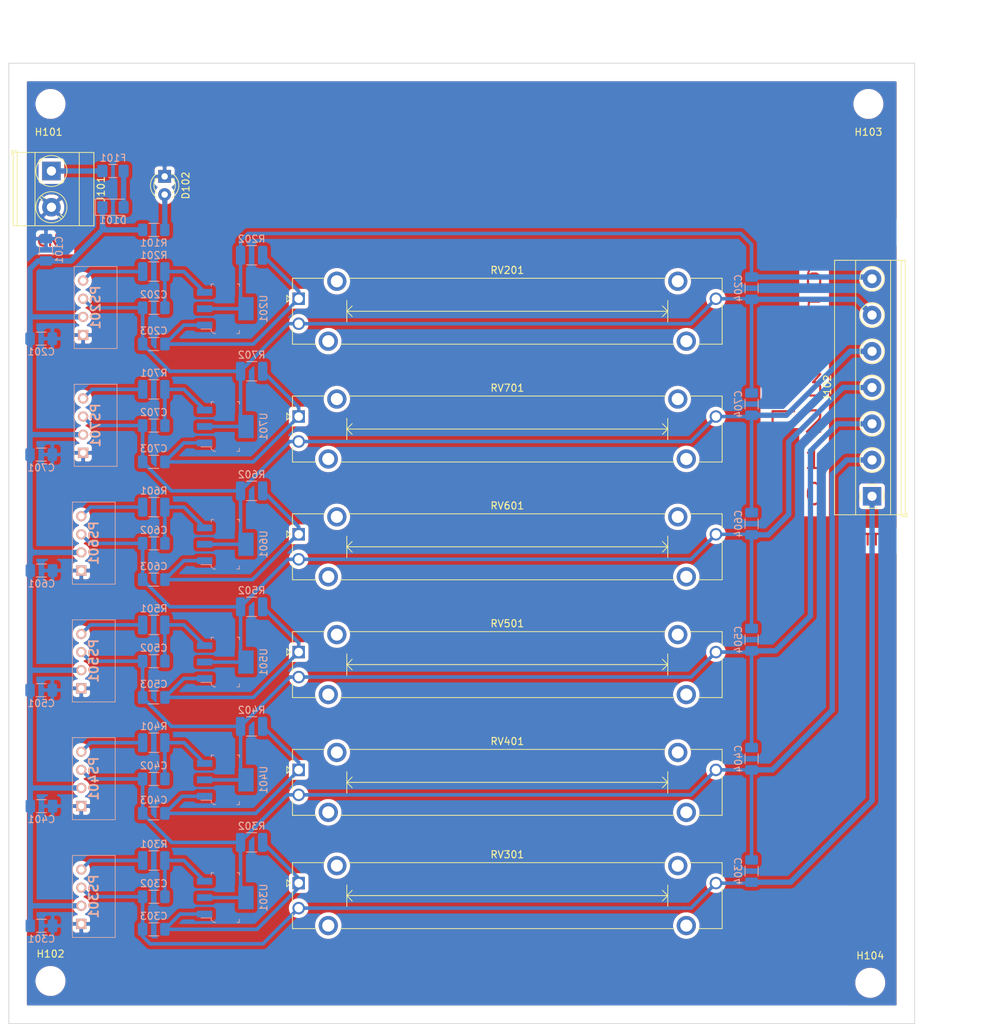
<source format=kicad_pcb>
(kicad_pcb (version 20171130) (host pcbnew 5.1.7-a382d34a8~87~ubuntu20.04.1)
  (title_block (title "6 Cell Battery Simulator (6CBS)") (date 2020-10-28) (rev V1.0) (company HTWG) (comment 1 EIB) (comment 2 2020) (comment 3 "Yannick Pauly"))
  (layers (0 F.Cu signal) (31 B.Cu signal) (34 B.Paste user) (35 F.Paste user) (36 B.SilkS user) (37 F.SilkS user) (38 B.Mask user) (39 F.Mask user) (44 Edge.Cuts user))
  (net 0 "")
  (net 1 GND)
  (net 2 +5V)
  (net 3 "Net-(C202-Pad1)")
  (net 4 "Net-(C203-Pad1)")
  (net 5 "Net-(PS201-Pad4)")
  (net 6 /Channel5/OUT+)
  (net 7 /Channel6/OUT+)
  (net 8 /Channel1/OUT-)
  (net 9 "Net-(C302-Pad1)")
  (net 10 "Net-(C303-Pad1)")
  (net 11 /Channel1/OUT+)
  (net 12 "Net-(C402-Pad1)")
  (net 13 "Net-(C403-Pad1)")
  (net 14 /Channel2/OUT+)
  (net 15 "Net-(C502-Pad1)")
  (net 16 "Net-(C503-Pad1)")
  (net 17 /Channel3/OUT+)
  (net 18 "Net-(C602-Pad1)")
  (net 19 "Net-(C603-Pad1)")
  (net 20 /Channel4/OUT+)
  (net 21 "Net-(C702-Pad1)")
  (net 22 "Net-(C703-Pad1)")
  (net 23 "Net-(D101-Pad2)")
  (net 24 "Net-(D102-Pad2)")
  (net 25 "Net-(F101-Pad2)")
  (net 26 "Net-(PS301-Pad4)")
  (net 27 "Net-(PS401-Pad4)")
  (net 28 "Net-(PS501-Pad4)")
  (net 29 "Net-(PS601-Pad4)")
  (net 30 "Net-(PS701-Pad4)")
  (module digikey-footprints:SOT-223-4 (layer B.Cu) (at 72.39 97.155 90)
    (fp_text reference U601 (at 0 5.375 90) (layer B.SilkS) (effects (justify mirror)))
    (fp_text value LM317DCYR)
    (pad 4 smd rect (at 0 2.9 90) (size 3.25 2.15) (layers B.Cu B.Paste B.Mask) (net 20 /Channel4/OUT+))
    (pad 1 smd rect (at -2.3 -2.9 90) (size 0.95 2.15) (layers B.Cu B.Paste B.Mask) (net 19 "Net-(C603-Pad1)"))
    (pad 2 smd rect (at 0 -2.9 90) (size 0.95 2.15) (layers B.Cu B.Paste B.Mask) (net 20 /Channel4/OUT+))
    (pad 3 smd rect (at 2.3 -2.9 90) (size 0.95 2.15) (layers B.Cu B.Paste B.Mask) (net 18 "Net-(C602-Pad1)"))
  )
  (module digikey-footprints:SOT-223-4 (layer B.Cu) (at 72.39 80.645 90)
    (fp_text reference U701 (at 0 5.375 90) (layer B.SilkS) (effects (justify mirror)))
    (fp_text value LM317DCYR)
    (pad 4 smd rect (at 0 2.9 90) (size 3.25 2.15) (layers B.Cu B.Paste B.Mask) (net 6 /Channel5/OUT+))
    (pad 1 smd rect (at -2.3 -2.9 90) (size 0.95 2.15) (layers B.Cu B.Paste B.Mask) (net 22 "Net-(C703-Pad1)"))
    (pad 2 smd rect (at 0 -2.9 90) (size 0.95 2.15) (layers B.Cu B.Paste B.Mask) (net 6 /Channel5/OUT+))
    (pad 3 smd rect (at 2.3 -2.9 90) (size 0.95 2.15) (layers B.Cu B.Paste B.Mask) (net 21 "Net-(C702-Pad1)"))
  )
  (module digikey-footprints:SOT-223-4 (layer B.Cu) (at 72.39 113.665 90)
    (fp_text reference U501 (at 0 5.375 90) (layer B.SilkS) (effects (justify mirror)))
    (fp_text value LM317DCYR)
    (pad 4 smd rect (at 0 2.9 90) (size 3.25 2.15) (layers B.Cu B.Paste B.Mask) (net 17 /Channel3/OUT+))
    (pad 1 smd rect (at -2.3 -2.9 90) (size 0.95 2.15) (layers B.Cu B.Paste B.Mask) (net 16 "Net-(C503-Pad1)"))
    (pad 2 smd rect (at 0 -2.9 90) (size 0.95 2.15) (layers B.Cu B.Paste B.Mask) (net 17 /Channel3/OUT+))
    (pad 3 smd rect (at 2.3 -2.9 90) (size 0.95 2.15) (layers B.Cu B.Paste B.Mask) (net 15 "Net-(C502-Pad1)"))
  )
  (module digikey-footprints:SOT-223-4 (layer B.Cu) (at 72.39 130.175 90)
    (fp_text reference U401 (at 0 5.375 90) (layer B.SilkS) (effects (justify mirror)))
    (fp_text value LM317DCYR)
    (pad 4 smd rect (at 0 2.9 90) (size 3.25 2.15) (layers B.Cu B.Paste B.Mask) (net 14 /Channel2/OUT+))
    (pad 1 smd rect (at -2.3 -2.9 90) (size 0.95 2.15) (layers B.Cu B.Paste B.Mask) (net 13 "Net-(C403-Pad1)"))
    (pad 2 smd rect (at 0 -2.9 90) (size 0.95 2.15) (layers B.Cu B.Paste B.Mask) (net 14 /Channel2/OUT+))
    (pad 3 smd rect (at 2.3 -2.9 90) (size 0.95 2.15) (layers B.Cu B.Paste B.Mask) (net 12 "Net-(C402-Pad1)"))
  )
  (module digikey-footprints:SOT-223-4 (layer B.Cu) (at 72.39 146.685 90)
    (fp_text reference U301 (at 0 5.375 90) (layer B.SilkS) (effects (justify mirror)))
    (fp_text value LM317DCYR)
    (pad 4 smd rect (at 0 2.9 90) (size 3.25 2.15) (layers B.Cu B.Paste B.Mask) (net 11 /Channel1/OUT+))
    (pad 1 smd rect (at -2.3 -2.9 90) (size 0.95 2.15) (layers B.Cu B.Paste B.Mask) (net 10 "Net-(C303-Pad1)"))
    (pad 2 smd rect (at 0 -2.9 90) (size 0.95 2.15) (layers B.Cu B.Paste B.Mask) (net 11 /Channel1/OUT+))
    (pad 3 smd rect (at 2.3 -2.9 90) (size 0.95 2.15) (layers B.Cu B.Paste B.Mask) (net 9 "Net-(C302-Pad1)"))
  )
  (module digikey-footprints:SOT-223-4 (layer B.Cu) (at 72.39 64.135 90)
    (fp_text reference U201 (at 0 5.375 -90) (layer B.SilkS) (effects (justify mirror)))
    (fp_text value LM317DCYR)
    (pad 4 smd rect (at 0 2.9 90) (size 3.25 2.15) (layers B.Cu B.Paste B.Mask) (net 7 /Channel6/OUT+))
    (pad 1 smd rect (at -2.3 -2.9 90) (size 0.95 2.15) (layers B.Cu B.Paste B.Mask) (net 4 "Net-(C203-Pad1)"))
    (pad 2 smd rect (at 0 -2.9 90) (size 0.95 2.15) (layers B.Cu B.Paste B.Mask) (net 7 /Channel6/OUT+))
    (pad 3 smd rect (at 2.3 -2.9 90) (size 0.95 2.15) (layers B.Cu B.Paste B.Mask) (net 3 "Net-(C202-Pad1)"))
  )
  (module TerminalBlock_Phoenix:TerminalBlock_Phoenix_MKDS-1,5-7-5.08_1x07_P5.08mm_Horizontal (layer F.Cu) (at 163.068 90.424 90)
    (fp_text reference J102 (at 15.24 -6.26 90) (layer F.SilkS))
    (fp_text value Screw_Terminal_01x07)
    (pad 7 thru_hole circle (at 30.48 0 90) (size 2.6 2.6) (drill 1.3) (layers *.Cu *.Mask) (net 7 /Channel6/OUT+))
    (pad 6 thru_hole circle (at 25.4 0 90) (size 2.6 2.6) (drill 1.3) (layers *.Cu *.Mask) (net 6 /Channel5/OUT+))
    (pad 5 thru_hole circle (at 20.32 0 90) (size 2.6 2.6) (drill 1.3) (layers *.Cu *.Mask) (net 20 /Channel4/OUT+))
    (pad 4 thru_hole circle (at 15.24 0 90) (size 2.6 2.6) (drill 1.3) (layers *.Cu *.Mask) (net 17 /Channel3/OUT+))
    (pad 3 thru_hole circle (at 10.16 0 90) (size 2.6 2.6) (drill 1.3) (layers *.Cu *.Mask) (net 14 /Channel2/OUT+))
    (pad 2 thru_hole circle (at 5.08 0 90) (size 2.6 2.6) (drill 1.3) (layers *.Cu *.Mask) (net 11 /Channel1/OUT+))
    (pad 1 thru_hole rect (at 0 0 90) (size 2.6 2.6) (drill 1.3) (layers *.Cu *.Mask) (net 8 /Channel1/OUT-))
  )
  (module TerminalBlock_Phoenix:TerminalBlock_Phoenix_MKDS-3-2-5.08_1x02_P5.08mm_Horizontal (layer F.Cu) (at 48.006 44.831 270)
    (fp_text reference J101 (at 2.54 -6.96 90) (layer F.SilkS))
    (fp_text value Screw_Terminal_01x02)
    (pad 2 thru_hole circle (at 5.08 0 270) (size 2.6 2.6) (drill 1.3) (layers *.Cu *.Mask) (net 1 GND))
    (pad 1 thru_hole rect (at 0 0 270) (size 2.6 2.6) (drill 1.3) (layers *.Cu *.Mask) (net 25 "Net-(F101-Pad2)"))
  )
  (module MountingHole:MountingHole_3.2mm_M3_DIN965 (layer F.Cu) (at 162.814 158.623)
    (fp_text reference H104 (at 0 -3.8) (layer F.SilkS))
    (fp_text value MountingHole)
    (pad 1 np_thru_hole circle (at 0 0) (size 3.2 3.2) (drill 3.2) (layers *.Cu *.Mask))
  )
  (module MountingHole:MountingHole_3.2mm_M3_DIN965 (layer F.Cu) (at 162.56 35.433)
    (fp_text reference H103 (at 0 3.937) (layer F.SilkS))
    (fp_text value MountingHole)
    (pad 1 np_thru_hole circle (at 0 0) (size 3.2 3.2) (drill 3.2) (layers *.Cu *.Mask))
  )
  (module MountingHole:MountingHole_3.2mm_M3_DIN965 (layer F.Cu) (at 47.879 158.369)
    (fp_text reference H102 (at 0 -3.8) (layer F.SilkS))
    (fp_text value MountingHole)
    (pad 1 np_thru_hole circle (at 0 0) (size 3.2 3.2) (drill 3.2) (layers *.Cu *.Mask))
  )
  (module MountingHole:MountingHole_3.2mm_M3_DIN965 (layer F.Cu) (at 47.879 35.433)
    (fp_text reference H101 (at -0.254 3.937) (layer F.SilkS))
    (fp_text value MountingHole)
    (pad 1 np_thru_hole circle (at 0 0) (size 3.2 3.2) (drill 3.2) (layers *.Cu *.Mask))
  )
  (module Capacitor_SMD:C_1206_3216Metric_Pad1.33x1.80mm_HandSolder (layer B.Cu) (at 46.5705 117.602)
    (fp_text reference C501 (at 0 1.85) (layer B.SilkS) (effects (justify mirror)))
    (fp_text value 10u*)
    (pad 2 smd roundrect (at 1.5625 0) (size 1.325 1.8) (layers B.Cu B.Paste B.Mask) (roundrect_rratio 0.188679) (net 1 GND))
    (pad 1 smd roundrect (at -1.5625 0) (size 1.325 1.8) (layers B.Cu B.Paste B.Mask) (roundrect_rratio 0.188679) (net 2 +5V))
  )
  (module Resistor_SMD:R_1210_3225Metric_Pad1.30x2.65mm_HandSolder (layer B.Cu) (at 76.073 105.918 180)
    (fp_text reference R502 (at 0 2.28) (layer B.SilkS) (effects (justify mirror)))
    (fp_text value 340)
    (pad 2 smd roundrect (at 1.55 0 180) (size 1.3 2.65) (layers B.Cu B.Paste B.Mask) (roundrect_rratio 0.192308) (net 17 /Channel3/OUT+))
    (pad 1 smd roundrect (at -1.55 0 180) (size 1.3 2.65) (layers B.Cu B.Paste B.Mask) (roundrect_rratio 0.192308) (net 16 "Net-(C503-Pad1)"))
  )
  (module Capacitor_SMD:C_1206_3216Metric_Pad1.33x1.80mm_HandSolder (layer B.Cu) (at 62.357 151.13 180)
    (fp_text reference C303 (at 0 1.85) (layer B.SilkS) (effects (justify mirror)))
    (fp_text value 1u*)
    (pad 2 smd roundrect (at 1.5625 0 180) (size 1.325 1.8) (layers B.Cu B.Paste B.Mask) (roundrect_rratio 0.188679) (net 8 /Channel1/OUT-))
    (pad 1 smd roundrect (at -1.5625 0 180) (size 1.325 1.8) (layers B.Cu B.Paste B.Mask) (roundrect_rratio 0.188679) (net 10 "Net-(C303-Pad1)"))
  )
  (module Potentiometer_THT:Potentiometer_Bourns_PTA4543_Single_Slide (layer F.Cu) (at 82.677 79.248)
    (fp_text reference RV701 (at 29.25 -4) (layer F.SilkS))
    (fp_text value 1k)
    (pad MP thru_hole circle (at 54.35 5.95) (size 2.7 2.7) (drill 1.7) (layers *.Cu *.Mask))
    (pad MP thru_hole circle (at 4.15 5.95) (size 2.7 2.7) (drill 1.7) (layers *.Cu *.Mask))
    (pad MP thru_hole circle (at 53.15 -2.45) (size 2.7 2.7) (drill 1.7) (layers *.Cu *.Mask))
    (pad MP thru_hole circle (at 5.35 -2.45) (size 2.7 2.7) (drill 1.7) (layers *.Cu *.Mask))
    (pad 3 thru_hole circle (at 58.5 0) (size 1.75 1.75) (drill 1.2) (layers *.Cu *.Mask) (net 20 /Channel4/OUT+))
    (pad 2 thru_hole circle (at 0 3.5) (size 1.75 1.75) (drill 1.2) (layers *.Cu *.Mask) (net 20 /Channel4/OUT+))
    (pad 1 thru_hole rect (at 0 0) (size 1.75 1.75) (drill 1.2) (layers *.Cu *.Mask) (net 22 "Net-(C703-Pad1)"))
  )
  (module Potentiometer_THT:Potentiometer_Bourns_PTA4543_Single_Slide (layer F.Cu) (at 82.677 95.758)
    (fp_text reference RV601 (at 29.25 -4) (layer F.SilkS))
    (fp_text value 1k)
    (pad MP thru_hole circle (at 54.35 5.95) (size 2.7 2.7) (drill 1.7) (layers *.Cu *.Mask))
    (pad MP thru_hole circle (at 4.15 5.95) (size 2.7 2.7) (drill 1.7) (layers *.Cu *.Mask))
    (pad MP thru_hole circle (at 53.15 -2.45) (size 2.7 2.7) (drill 1.7) (layers *.Cu *.Mask))
    (pad MP thru_hole circle (at 5.35 -2.45) (size 2.7 2.7) (drill 1.7) (layers *.Cu *.Mask))
    (pad 3 thru_hole circle (at 58.5 0) (size 1.75 1.75) (drill 1.2) (layers *.Cu *.Mask) (net 17 /Channel3/OUT+))
    (pad 2 thru_hole circle (at 0 3.5) (size 1.75 1.75) (drill 1.2) (layers *.Cu *.Mask) (net 17 /Channel3/OUT+))
    (pad 1 thru_hole rect (at 0 0) (size 1.75 1.75) (drill 1.2) (layers *.Cu *.Mask) (net 19 "Net-(C603-Pad1)"))
  )
  (module Potentiometer_THT:Potentiometer_Bourns_PTA4543_Single_Slide (layer F.Cu) (at 82.677 112.268)
    (fp_text reference RV501 (at 29.25 -4) (layer F.SilkS))
    (fp_text value 1k)
    (pad MP thru_hole circle (at 54.35 5.95) (size 2.7 2.7) (drill 1.7) (layers *.Cu *.Mask))
    (pad MP thru_hole circle (at 4.15 5.95) (size 2.7 2.7) (drill 1.7) (layers *.Cu *.Mask))
    (pad MP thru_hole circle (at 53.15 -2.45) (size 2.7 2.7) (drill 1.7) (layers *.Cu *.Mask))
    (pad MP thru_hole circle (at 5.35 -2.45) (size 2.7 2.7) (drill 1.7) (layers *.Cu *.Mask))
    (pad 3 thru_hole circle (at 58.5 0) (size 1.75 1.75) (drill 1.2) (layers *.Cu *.Mask) (net 14 /Channel2/OUT+))
    (pad 2 thru_hole circle (at 0 3.5) (size 1.75 1.75) (drill 1.2) (layers *.Cu *.Mask) (net 14 /Channel2/OUT+))
    (pad 1 thru_hole rect (at 0 0) (size 1.75 1.75) (drill 1.2) (layers *.Cu *.Mask) (net 16 "Net-(C503-Pad1)"))
  )
  (module Potentiometer_THT:Potentiometer_Bourns_PTA4543_Single_Slide (layer F.Cu) (at 82.677 128.778)
    (fp_text reference RV401 (at 29.25 -4) (layer F.SilkS))
    (fp_text value 1k)
    (pad MP thru_hole circle (at 54.35 5.95) (size 2.7 2.7) (drill 1.7) (layers *.Cu *.Mask))
    (pad MP thru_hole circle (at 4.15 5.95) (size 2.7 2.7) (drill 1.7) (layers *.Cu *.Mask))
    (pad MP thru_hole circle (at 53.15 -2.45) (size 2.7 2.7) (drill 1.7) (layers *.Cu *.Mask))
    (pad MP thru_hole circle (at 5.35 -2.45) (size 2.7 2.7) (drill 1.7) (layers *.Cu *.Mask))
    (pad 3 thru_hole circle (at 58.5 0) (size 1.75 1.75) (drill 1.2) (layers *.Cu *.Mask) (net 11 /Channel1/OUT+))
    (pad 2 thru_hole circle (at 0 3.5) (size 1.75 1.75) (drill 1.2) (layers *.Cu *.Mask) (net 11 /Channel1/OUT+))
    (pad 1 thru_hole rect (at 0 0) (size 1.75 1.75) (drill 1.2) (layers *.Cu *.Mask) (net 13 "Net-(C403-Pad1)"))
  )
  (module Potentiometer_THT:Potentiometer_Bourns_PTA4543_Single_Slide (layer F.Cu) (at 82.677 144.653)
    (fp_text reference RV301 (at 29.25 -4) (layer F.SilkS))
    (fp_text value 1k)
    (pad MP thru_hole circle (at 54.35 5.95) (size 2.7 2.7) (drill 1.7) (layers *.Cu *.Mask))
    (pad MP thru_hole circle (at 4.15 5.95) (size 2.7 2.7) (drill 1.7) (layers *.Cu *.Mask))
    (pad MP thru_hole circle (at 53.15 -2.45) (size 2.7 2.7) (drill 1.7) (layers *.Cu *.Mask))
    (pad MP thru_hole circle (at 5.35 -2.45) (size 2.7 2.7) (drill 1.7) (layers *.Cu *.Mask))
    (pad 3 thru_hole circle (at 58.5 0) (size 1.75 1.75) (drill 1.2) (layers *.Cu *.Mask) (net 8 /Channel1/OUT-))
    (pad 2 thru_hole circle (at 0 3.5) (size 1.75 1.75) (drill 1.2) (layers *.Cu *.Mask) (net 8 /Channel1/OUT-))
    (pad 1 thru_hole rect (at 0 0) (size 1.75 1.75) (drill 1.2) (layers *.Cu *.Mask) (net 10 "Net-(C303-Pad1)"))
  )
  (module Resistor_SMD:R_1210_3225Metric_Pad1.30x2.65mm_HandSolder (layer B.Cu) (at 76.073 72.898 180)
    (fp_text reference R702 (at 0 2.28) (layer B.SilkS) (effects (justify mirror)))
    (fp_text value 340)
    (pad 2 smd roundrect (at 1.55 0 180) (size 1.3 2.65) (layers B.Cu B.Paste B.Mask) (roundrect_rratio 0.192308) (net 6 /Channel5/OUT+))
    (pad 1 smd roundrect (at -1.55 0 180) (size 1.3 2.65) (layers B.Cu B.Paste B.Mask) (roundrect_rratio 0.192308) (net 22 "Net-(C703-Pad1)"))
  )
  (module Resistor_SMD:R_1210_3225Metric_Pad1.30x2.65mm_HandSolder (layer B.Cu) (at 62.357 75.438 180)
    (fp_text reference R701 (at 0 2.28) (layer B.SilkS) (effects (justify mirror)))
    (fp_text value 22)
    (pad 2 smd roundrect (at 1.55 0 180) (size 1.3 2.65) (layers B.Cu B.Paste B.Mask) (roundrect_rratio 0.192308) (net 30 "Net-(PS701-Pad4)"))
    (pad 1 smd roundrect (at -1.55 0 180) (size 1.3 2.65) (layers B.Cu B.Paste B.Mask) (roundrect_rratio 0.192308) (net 21 "Net-(C702-Pad1)"))
  )
  (module Resistor_SMD:R_1210_3225Metric_Pad1.30x2.65mm_HandSolder (layer B.Cu) (at 76.073 89.662 180)
    (fp_text reference R602 (at 0 2.28) (layer B.SilkS) (effects (justify mirror)))
    (fp_text value 340)
    (pad 2 smd roundrect (at 1.55 0 180) (size 1.3 2.65) (layers B.Cu B.Paste B.Mask) (roundrect_rratio 0.192308) (net 20 /Channel4/OUT+))
    (pad 1 smd roundrect (at -1.55 0 180) (size 1.3 2.65) (layers B.Cu B.Paste B.Mask) (roundrect_rratio 0.192308) (net 19 "Net-(C603-Pad1)"))
  )
  (module Resistor_SMD:R_1210_3225Metric_Pad1.30x2.65mm_HandSolder (layer B.Cu) (at 62.357 91.948 180)
    (fp_text reference R601 (at 0 2.28) (layer B.SilkS) (effects (justify mirror)))
    (fp_text value 22)
    (pad 2 smd roundrect (at 1.55 0 180) (size 1.3 2.65) (layers B.Cu B.Paste B.Mask) (roundrect_rratio 0.192308) (net 29 "Net-(PS601-Pad4)"))
    (pad 1 smd roundrect (at -1.55 0 180) (size 1.3 2.65) (layers B.Cu B.Paste B.Mask) (roundrect_rratio 0.192308) (net 18 "Net-(C602-Pad1)"))
  )
  (module Resistor_SMD:R_1210_3225Metric_Pad1.30x2.65mm_HandSolder (layer B.Cu) (at 62.357 108.458 180)
    (fp_text reference R501 (at 0 2.28) (layer B.SilkS) (effects (justify mirror)))
    (fp_text value 22)
    (pad 2 smd roundrect (at 1.55 0 180) (size 1.3 2.65) (layers B.Cu B.Paste B.Mask) (roundrect_rratio 0.192308) (net 28 "Net-(PS501-Pad4)"))
    (pad 1 smd roundrect (at -1.55 0 180) (size 1.3 2.65) (layers B.Cu B.Paste B.Mask) (roundrect_rratio 0.192308) (net 15 "Net-(C502-Pad1)"))
  )
  (module Resistor_SMD:R_1210_3225Metric_Pad1.30x2.65mm_HandSolder (layer B.Cu) (at 76.073 122.682 180)
    (fp_text reference R402 (at 0 2.28) (layer B.SilkS) (effects (justify mirror)))
    (fp_text value 340)
    (pad 2 smd roundrect (at 1.55 0 180) (size 1.3 2.65) (layers B.Cu B.Paste B.Mask) (roundrect_rratio 0.192308) (net 14 /Channel2/OUT+))
    (pad 1 smd roundrect (at -1.55 0 180) (size 1.3 2.65) (layers B.Cu B.Paste B.Mask) (roundrect_rratio 0.192308) (net 13 "Net-(C403-Pad1)"))
  )
  (module Resistor_SMD:R_1210_3225Metric_Pad1.30x2.65mm_HandSolder (layer B.Cu) (at 62.357 124.968 180)
    (fp_text reference R401 (at 0 2.28) (layer B.SilkS) (effects (justify mirror)))
    (fp_text value 22)
    (pad 2 smd roundrect (at 1.55 0 180) (size 1.3 2.65) (layers B.Cu B.Paste B.Mask) (roundrect_rratio 0.192308) (net 27 "Net-(PS401-Pad4)"))
    (pad 1 smd roundrect (at -1.55 0 180) (size 1.3 2.65) (layers B.Cu B.Paste B.Mask) (roundrect_rratio 0.192308) (net 12 "Net-(C402-Pad1)"))
  )
  (module Resistor_SMD:R_1210_3225Metric_Pad1.30x2.65mm_HandSolder (layer B.Cu) (at 76.073 138.938 180)
    (fp_text reference R302 (at 0 2.28) (layer B.SilkS) (effects (justify mirror)))
    (fp_text value 340)
    (pad 2 smd roundrect (at 1.55 0 180) (size 1.3 2.65) (layers B.Cu B.Paste B.Mask) (roundrect_rratio 0.192308) (net 11 /Channel1/OUT+))
    (pad 1 smd roundrect (at -1.55 0 180) (size 1.3 2.65) (layers B.Cu B.Paste B.Mask) (roundrect_rratio 0.192308) (net 10 "Net-(C303-Pad1)"))
  )
  (module Resistor_SMD:R_1210_3225Metric_Pad1.30x2.65mm_HandSolder (layer B.Cu) (at 62.357 141.478 180)
    (fp_text reference R301 (at 0 2.28) (layer B.SilkS) (effects (justify mirror)))
    (fp_text value 22)
    (pad 2 smd roundrect (at 1.55 0 180) (size 1.3 2.65) (layers B.Cu B.Paste B.Mask) (roundrect_rratio 0.192308) (net 26 "Net-(PS301-Pad4)"))
    (pad 1 smd roundrect (at -1.55 0 180) (size 1.3 2.65) (layers B.Cu B.Paste B.Mask) (roundrect_rratio 0.192308) (net 9 "Net-(C302-Pad1)"))
  )
  (module Resistor_SMD:R_1206_3216Metric_Pad1.30x1.75mm_HandSolder (layer B.Cu) (at 62.357 53.086)
    (fp_text reference R101 (at 0 1.82) (layer B.SilkS) (effects (justify mirror)))
    (fp_text value 330)
    (pad 2 smd roundrect (at 1.55 0) (size 1.3 1.75) (layers B.Cu B.Paste B.Mask) (roundrect_rratio 0.192308) (net 24 "Net-(D102-Pad2)"))
    (pad 1 smd roundrect (at -1.55 0) (size 1.3 1.75) (layers B.Cu B.Paste B.Mask) (roundrect_rratio 0.192308) (net 2 +5V))
  )
  (module myLib:ROE1205S (layer B.Cu) (at 52.451 84.328 90)
    (fp_text reference PS701 (at 3.85 1.75 90) (layer B.SilkS) (effects (font (size 1.27 1.27) (thickness 0.254)) (justify mirror)))
    (fp_text value ROE-0512S hide)
    (pad 4 thru_hole circle (at 7.62 0) (size 1.43 1.43) (drill 0.88) (layers *.Cu *.Mask B.SilkS) (net 30 "Net-(PS701-Pad4)"))
    (pad 3 thru_hole circle (at 5.08 0) (size 1.43 1.43) (drill 0.88) (layers *.Cu *.Mask B.SilkS) (net 20 /Channel4/OUT+))
    (pad 2 thru_hole circle (at 2.54 0) (size 1.43 1.43) (drill 0.88) (layers *.Cu *.Mask B.SilkS) (net 2 +5V))
    (pad 1 thru_hole rect (at 0 0) (size 1.43 1.43) (drill 0.88) (layers *.Cu *.Mask B.SilkS) (net 1 GND))
  )
  (module myLib:ROE1205S (layer B.Cu) (at 52.197 100.838 90)
    (fp_text reference PS601 (at 3.85 1.75 90) (layer B.SilkS) (effects (font (size 1.27 1.27) (thickness 0.254)) (justify mirror)))
    (fp_text value ROE-0512S hide)
    (pad 4 thru_hole circle (at 7.62 0) (size 1.43 1.43) (drill 0.88) (layers *.Cu *.Mask B.SilkS) (net 29 "Net-(PS601-Pad4)"))
    (pad 3 thru_hole circle (at 5.08 0) (size 1.43 1.43) (drill 0.88) (layers *.Cu *.Mask B.SilkS) (net 17 /Channel3/OUT+))
    (pad 2 thru_hole circle (at 2.54 0) (size 1.43 1.43) (drill 0.88) (layers *.Cu *.Mask B.SilkS) (net 2 +5V))
    (pad 1 thru_hole rect (at 0 0) (size 1.43 1.43) (drill 0.88) (layers *.Cu *.Mask B.SilkS) (net 1 GND))
  )
  (module myLib:ROE1205S (layer B.Cu) (at 52.197 117.348 90)
    (fp_text reference PS501 (at 3.85 1.75 90) (layer B.SilkS) (effects (font (size 1.27 1.27) (thickness 0.254)) (justify mirror)))
    (fp_text value ROE-0512S hide)
    (pad 4 thru_hole circle (at 7.62 0) (size 1.43 1.43) (drill 0.88) (layers *.Cu *.Mask B.SilkS) (net 28 "Net-(PS501-Pad4)"))
    (pad 3 thru_hole circle (at 5.08 0) (size 1.43 1.43) (drill 0.88) (layers *.Cu *.Mask B.SilkS) (net 14 /Channel2/OUT+))
    (pad 2 thru_hole circle (at 2.54 0) (size 1.43 1.43) (drill 0.88) (layers *.Cu *.Mask B.SilkS) (net 2 +5V))
    (pad 1 thru_hole rect (at 0 0) (size 1.43 1.43) (drill 0.88) (layers *.Cu *.Mask B.SilkS) (net 1 GND))
  )
  (module myLib:ROE1205S (layer B.Cu) (at 52.197 133.858 90)
    (fp_text reference PS401 (at 3.85 1.75 90) (layer B.SilkS) (effects (font (size 1.27 1.27) (thickness 0.254)) (justify mirror)))
    (fp_text value ROE-0512S hide)
    (pad 4 thru_hole circle (at 7.62 0) (size 1.43 1.43) (drill 0.88) (layers *.Cu *.Mask B.SilkS) (net 27 "Net-(PS401-Pad4)"))
    (pad 3 thru_hole circle (at 5.08 0) (size 1.43 1.43) (drill 0.88) (layers *.Cu *.Mask B.SilkS) (net 11 /Channel1/OUT+))
    (pad 2 thru_hole circle (at 2.54 0) (size 1.43 1.43) (drill 0.88) (layers *.Cu *.Mask B.SilkS) (net 2 +5V))
    (pad 1 thru_hole rect (at 0 0) (size 1.43 1.43) (drill 0.88) (layers *.Cu *.Mask B.SilkS) (net 1 GND))
  )
  (module myLib:ROE1205S (layer B.Cu) (at 52.197 150.368 90)
    (fp_text reference PS301 (at 3.85 1.75 -90) (layer B.SilkS) (effects (font (size 1.27 1.27) (thickness 0.254)) (justify mirror)))
    (fp_text value ROE-0512S hide)
    (pad 4 thru_hole circle (at 7.62 0) (size 1.43 1.43) (drill 0.88) (layers *.Cu *.Mask B.SilkS) (net 26 "Net-(PS301-Pad4)"))
    (pad 3 thru_hole circle (at 5.08 0) (size 1.43 1.43) (drill 0.88) (layers *.Cu *.Mask B.SilkS) (net 8 /Channel1/OUT-))
    (pad 2 thru_hole circle (at 2.54 0) (size 1.43 1.43) (drill 0.88) (layers *.Cu *.Mask B.SilkS) (net 2 +5V))
    (pad 1 thru_hole rect (at 0 0) (size 1.43 1.43) (drill 0.88) (layers *.Cu *.Mask B.SilkS) (net 1 GND))
  )
  (module Fuse:Fuse_1206_3216Metric_Pad1.42x1.75mm_HandSolder (layer B.Cu) (at 56.642 44.831 180)
    (fp_text reference F101 (at 0 1.82) (layer B.SilkS) (effects (justify mirror)))
    (fp_text value 4A)
    (pad 2 smd roundrect (at 1.4875 0 180) (size 1.425 1.75) (layers B.Cu B.Paste B.Mask) (roundrect_rratio 0.175439) (net 25 "Net-(F101-Pad2)"))
    (pad 1 smd roundrect (at -1.4875 0 180) (size 1.425 1.75) (layers B.Cu B.Paste B.Mask) (roundrect_rratio 0.175439) (net 23 "Net-(D101-Pad2)"))
  )
  (module LED_THT:LED_D3.0mm (layer F.Cu) (at 63.881 45.593 270)
    (fp_text reference D102 (at 1.27 -2.96 90) (layer F.SilkS))
    (fp_text value LED)
    (pad 2 thru_hole circle (at 2.54 0 270) (size 1.8 1.8) (drill 0.9) (layers *.Cu *.Mask) (net 24 "Net-(D102-Pad2)"))
    (pad 1 thru_hole rect (at 0 0 270) (size 1.8 1.8) (drill 0.9) (layers *.Cu *.Mask) (net 1 GND))
  )
  (module Diode_SMD:D_1206_3216Metric_Pad1.42x1.75mm_HandSolder (layer B.Cu) (at 56.642 49.911)
    (fp_text reference D101 (at 0 1.82) (layer B.SilkS) (effects (justify mirror)))
    (fp_text value "40V 2A")
    (pad 2 smd roundrect (at 1.4875 0) (size 1.425 1.75) (layers B.Cu B.Paste B.Mask) (roundrect_rratio 0.175439) (net 23 "Net-(D101-Pad2)"))
    (pad 1 smd roundrect (at -1.4875 0) (size 1.425 1.75) (layers B.Cu B.Paste B.Mask) (roundrect_rratio 0.175439) (net 2 +5V))
  )
  (module Capacitor_SMD:C_1206_3216Metric_Pad1.33x1.80mm_HandSolder (layer B.Cu) (at 146.177 77.5085 270)
    (fp_text reference C704 (at 0 1.85 90) (layer B.SilkS) (effects (justify mirror)))
    (fp_text value 100u)
    (pad 2 smd roundrect (at 1.5625 0 270) (size 1.325 1.8) (layers B.Cu B.Paste B.Mask) (roundrect_rratio 0.188679) (net 20 /Channel4/OUT+))
    (pad 1 smd roundrect (at -1.5625 0 270) (size 1.325 1.8) (layers B.Cu B.Paste B.Mask) (roundrect_rratio 0.188679) (net 6 /Channel5/OUT+))
  )
  (module Capacitor_SMD:C_1206_3216Metric_Pad1.33x1.80mm_HandSolder (layer B.Cu) (at 62.357 85.598 180)
    (fp_text reference C703 (at 0 1.85) (layer B.SilkS) (effects (justify mirror)))
    (fp_text value 1u*)
    (pad 2 smd roundrect (at 1.5625 0 180) (size 1.325 1.8) (layers B.Cu B.Paste B.Mask) (roundrect_rratio 0.188679) (net 20 /Channel4/OUT+))
    (pad 1 smd roundrect (at -1.5625 0 180) (size 1.325 1.8) (layers B.Cu B.Paste B.Mask) (roundrect_rratio 0.188679) (net 22 "Net-(C703-Pad1)"))
  )
  (module Capacitor_SMD:C_1206_3216Metric_Pad1.33x1.80mm_HandSolder (layer B.Cu) (at 62.357 80.518 180)
    (fp_text reference C702 (at 0 1.85) (layer B.SilkS) (effects (justify mirror)))
    (fp_text value 0.1u*)
    (pad 2 smd roundrect (at 1.5625 0 180) (size 1.325 1.8) (layers B.Cu B.Paste B.Mask) (roundrect_rratio 0.188679) (net 20 /Channel4/OUT+))
    (pad 1 smd roundrect (at -1.5625 0 180) (size 1.325 1.8) (layers B.Cu B.Paste B.Mask) (roundrect_rratio 0.188679) (net 21 "Net-(C702-Pad1)"))
  )
  (module Capacitor_SMD:C_1206_3216Metric_Pad1.33x1.80mm_HandSolder (layer B.Cu) (at 46.5705 84.582)
    (fp_text reference C701 (at 0 1.85) (layer B.SilkS) (effects (justify mirror)))
    (fp_text value 10u*)
    (pad 2 smd roundrect (at 1.5625 0) (size 1.325 1.8) (layers B.Cu B.Paste B.Mask) (roundrect_rratio 0.188679) (net 1 GND))
    (pad 1 smd roundrect (at -1.5625 0) (size 1.325 1.8) (layers B.Cu B.Paste B.Mask) (roundrect_rratio 0.188679) (net 2 +5V))
  )
  (module Capacitor_SMD:C_1206_3216Metric_Pad1.33x1.80mm_HandSolder (layer B.Cu) (at 146.177 94.2725 270)
    (fp_text reference C604 (at 0 1.85 90) (layer B.SilkS) (effects (justify mirror)))
    (fp_text value 100u)
    (pad 2 smd roundrect (at 1.5625 0 270) (size 1.325 1.8) (layers B.Cu B.Paste B.Mask) (roundrect_rratio 0.188679) (net 17 /Channel3/OUT+))
    (pad 1 smd roundrect (at -1.5625 0 270) (size 1.325 1.8) (layers B.Cu B.Paste B.Mask) (roundrect_rratio 0.188679) (net 20 /Channel4/OUT+))
  )
  (module Capacitor_SMD:C_1206_3216Metric_Pad1.33x1.80mm_HandSolder (layer B.Cu) (at 62.357 102.108 180)
    (fp_text reference C603 (at 0 1.85) (layer B.SilkS) (effects (justify mirror)))
    (fp_text value 1u*)
    (pad 2 smd roundrect (at 1.5625 0 180) (size 1.325 1.8) (layers B.Cu B.Paste B.Mask) (roundrect_rratio 0.188679) (net 17 /Channel3/OUT+))
    (pad 1 smd roundrect (at -1.5625 0 180) (size 1.325 1.8) (layers B.Cu B.Paste B.Mask) (roundrect_rratio 0.188679) (net 19 "Net-(C603-Pad1)"))
  )
  (module Capacitor_SMD:C_1206_3216Metric_Pad1.33x1.80mm_HandSolder (layer B.Cu) (at 62.357 97.028 180)
    (fp_text reference C602 (at 0 1.85) (layer B.SilkS) (effects (justify mirror)))
    (fp_text value 0.1u*)
    (pad 2 smd roundrect (at 1.5625 0 180) (size 1.325 1.8) (layers B.Cu B.Paste B.Mask) (roundrect_rratio 0.188679) (net 17 /Channel3/OUT+))
    (pad 1 smd roundrect (at -1.5625 0 180) (size 1.325 1.8) (layers B.Cu B.Paste B.Mask) (roundrect_rratio 0.188679) (net 18 "Net-(C602-Pad1)"))
  )
  (module Capacitor_SMD:C_1206_3216Metric_Pad1.33x1.80mm_HandSolder (layer B.Cu) (at 46.609 100.838)
    (fp_text reference C601 (at 0 1.85) (layer B.SilkS) (effects (justify mirror)))
    (fp_text value 10u*)
    (pad 2 smd roundrect (at 1.5625 0) (size 1.325 1.8) (layers B.Cu B.Paste B.Mask) (roundrect_rratio 0.188679) (net 1 GND))
    (pad 1 smd roundrect (at -1.5625 0) (size 1.325 1.8) (layers B.Cu B.Paste B.Mask) (roundrect_rratio 0.188679) (net 2 +5V))
  )
  (module Capacitor_SMD:C_1206_3216Metric_Pad1.33x1.80mm_HandSolder (layer B.Cu) (at 146.177 110.5285 270)
    (fp_text reference C504 (at 0 1.85 90) (layer B.SilkS) (effects (justify mirror)))
    (fp_text value 100u)
    (pad 2 smd roundrect (at 1.5625 0 270) (size 1.325 1.8) (layers B.Cu B.Paste B.Mask) (roundrect_rratio 0.188679) (net 14 /Channel2/OUT+))
    (pad 1 smd roundrect (at -1.5625 0 270) (size 1.325 1.8) (layers B.Cu B.Paste B.Mask) (roundrect_rratio 0.188679) (net 17 /Channel3/OUT+))
  )
  (module Capacitor_SMD:C_1206_3216Metric_Pad1.33x1.80mm_HandSolder (layer B.Cu) (at 62.357 118.618 180)
    (fp_text reference C503 (at 0 1.85) (layer B.SilkS) (effects (justify mirror)))
    (fp_text value 1u*)
    (pad 2 smd roundrect (at 1.5625 0 180) (size 1.325 1.8) (layers B.Cu B.Paste B.Mask) (roundrect_rratio 0.188679) (net 14 /Channel2/OUT+))
    (pad 1 smd roundrect (at -1.5625 0 180) (size 1.325 1.8) (layers B.Cu B.Paste B.Mask) (roundrect_rratio 0.188679) (net 16 "Net-(C503-Pad1)"))
  )
  (module Capacitor_SMD:C_1206_3216Metric_Pad1.33x1.80mm_HandSolder (layer B.Cu) (at 62.357 113.538 180)
    (fp_text reference C502 (at 0 1.85) (layer B.SilkS) (effects (justify mirror)))
    (fp_text value 0.1u*)
    (pad 2 smd roundrect (at 1.5625 0 180) (size 1.325 1.8) (layers B.Cu B.Paste B.Mask) (roundrect_rratio 0.188679) (net 14 /Channel2/OUT+))
    (pad 1 smd roundrect (at -1.5625 0 180) (size 1.325 1.8) (layers B.Cu B.Paste B.Mask) (roundrect_rratio 0.188679) (net 15 "Net-(C502-Pad1)"))
  )
  (module Capacitor_SMD:C_1206_3216Metric_Pad1.33x1.80mm_HandSolder (layer B.Cu) (at 146.177 127.2155 270)
    (fp_text reference C404 (at 0 1.85 90) (layer B.SilkS) (effects (justify mirror)))
    (fp_text value 100u)
    (pad 2 smd roundrect (at 1.5625 0 270) (size 1.325 1.8) (layers B.Cu B.Paste B.Mask) (roundrect_rratio 0.188679) (net 11 /Channel1/OUT+))
    (pad 1 smd roundrect (at -1.5625 0 270) (size 1.325 1.8) (layers B.Cu B.Paste B.Mask) (roundrect_rratio 0.188679) (net 14 /Channel2/OUT+))
  )
  (module Capacitor_SMD:C_1206_3216Metric_Pad1.33x1.80mm_HandSolder (layer B.Cu) (at 62.357 134.874 180)
    (fp_text reference C403 (at 0 1.85) (layer B.SilkS) (effects (justify mirror)))
    (fp_text value 1u*)
    (pad 2 smd roundrect (at 1.5625 0 180) (size 1.325 1.8) (layers B.Cu B.Paste B.Mask) (roundrect_rratio 0.188679) (net 11 /Channel1/OUT+))
    (pad 1 smd roundrect (at -1.5625 0 180) (size 1.325 1.8) (layers B.Cu B.Paste B.Mask) (roundrect_rratio 0.188679) (net 13 "Net-(C403-Pad1)"))
  )
  (module Capacitor_SMD:C_1206_3216Metric_Pad1.33x1.80mm_HandSolder (layer B.Cu) (at 62.357 130.048 180)
    (fp_text reference C402 (at 0 1.85) (layer B.SilkS) (effects (justify mirror)))
    (fp_text value 0.1u*)
    (pad 2 smd roundrect (at 1.5625 0 180) (size 1.325 1.8) (layers B.Cu B.Paste B.Mask) (roundrect_rratio 0.188679) (net 11 /Channel1/OUT+))
    (pad 1 smd roundrect (at -1.5625 0 180) (size 1.325 1.8) (layers B.Cu B.Paste B.Mask) (roundrect_rratio 0.188679) (net 12 "Net-(C402-Pad1)"))
  )
  (module Capacitor_SMD:C_1206_3216Metric_Pad1.33x1.80mm_HandSolder (layer B.Cu) (at 46.609 133.858)
    (fp_text reference C401 (at 0 1.85) (layer B.SilkS) (effects (justify mirror)))
    (fp_text value 10u*)
    (pad 2 smd roundrect (at 1.5625 0) (size 1.325 1.8) (layers B.Cu B.Paste B.Mask) (roundrect_rratio 0.188679) (net 1 GND))
    (pad 1 smd roundrect (at -1.5625 0) (size 1.325 1.8) (layers B.Cu B.Paste B.Mask) (roundrect_rratio 0.188679) (net 2 +5V))
  )
  (module Capacitor_SMD:C_1206_3216Metric_Pad1.33x1.80mm_HandSolder (layer B.Cu) (at 146.177 142.9635 270)
    (fp_text reference C304 (at 0 1.85 90) (layer B.SilkS) (effects (justify mirror)))
    (fp_text value 100u)
    (pad 2 smd roundrect (at 1.5625 0 270) (size 1.325 1.8) (layers B.Cu B.Paste B.Mask) (roundrect_rratio 0.188679) (net 8 /Channel1/OUT-))
    (pad 1 smd roundrect (at -1.5625 0 270) (size 1.325 1.8) (layers B.Cu B.Paste B.Mask) (roundrect_rratio 0.188679) (net 11 /Channel1/OUT+))
  )
  (module Capacitor_SMD:C_1206_3216Metric_Pad1.33x1.80mm_HandSolder (layer B.Cu) (at 62.357 146.558 180)
    (fp_text reference C302 (at 0 1.85) (layer B.SilkS) (effects (justify mirror)))
    (fp_text value 0.1u*)
    (pad 2 smd roundrect (at 1.5625 0 180) (size 1.325 1.8) (layers B.Cu B.Paste B.Mask) (roundrect_rratio 0.188679) (net 8 /Channel1/OUT-))
    (pad 1 smd roundrect (at -1.5625 0 180) (size 1.325 1.8) (layers B.Cu B.Paste B.Mask) (roundrect_rratio 0.188679) (net 9 "Net-(C302-Pad1)"))
  )
  (module Capacitor_SMD:C_1206_3216Metric_Pad1.33x1.80mm_HandSolder (layer B.Cu) (at 46.609 150.622)
    (fp_text reference C301 (at 0 1.85) (layer B.SilkS) (effects (justify mirror)))
    (fp_text value 10u*)
    (pad 2 smd roundrect (at 1.5625 0) (size 1.325 1.8) (layers B.Cu B.Paste B.Mask) (roundrect_rratio 0.188679) (net 1 GND))
    (pad 1 smd roundrect (at -1.5625 0) (size 1.325 1.8) (layers B.Cu B.Paste B.Mask) (roundrect_rratio 0.188679) (net 2 +5V))
  )
  (module Capacitor_SMD:C_1206_3216Metric_Pad1.33x1.80mm_HandSolder (layer B.Cu) (at 47.244 55.88 90)
    (fp_text reference C101 (at 0 1.85 90) (layer B.SilkS) (effects (justify mirror)))
    (fp_text value 47u)
    (pad 2 smd roundrect (at 1.5625 0 90) (size 1.325 1.8) (layers B.Cu B.Paste B.Mask) (roundrect_rratio 0.188679) (net 1 GND))
    (pad 1 smd roundrect (at -1.5625 0 90) (size 1.325 1.8) (layers B.Cu B.Paste B.Mask) (roundrect_rratio 0.188679) (net 2 +5V))
  )
  (module Capacitor_SMD:C_1206_3216Metric_Pad1.33x1.80mm_HandSolder (layer B.Cu) (at 62.357 64.008 180)
    (fp_text reference C202 (at 0 1.85) (layer B.SilkS) (effects (justify mirror)))
    (fp_text value 0.1u*)
    (pad 2 smd roundrect (at 1.5625 0 180) (size 1.325 1.8) (layers B.Cu B.Paste B.Mask) (roundrect_rratio 0.188679) (net 6 /Channel5/OUT+))
    (pad 1 smd roundrect (at -1.5625 0 180) (size 1.325 1.8) (layers B.Cu B.Paste B.Mask) (roundrect_rratio 0.188679) (net 3 "Net-(C202-Pad1)"))
  )
  (module Potentiometer_THT:Potentiometer_Bourns_PTA4543_Single_Slide (layer F.Cu) (at 82.677 62.738)
    (fp_text reference RV201 (at 29.25 -4) (layer F.SilkS))
    (fp_text value 1k)
    (pad MP thru_hole circle (at 54.35 5.95) (size 2.7 2.7) (drill 1.7) (layers *.Cu *.Mask))
    (pad MP thru_hole circle (at 4.15 5.95) (size 2.7 2.7) (drill 1.7) (layers *.Cu *.Mask))
    (pad MP thru_hole circle (at 53.15 -2.45) (size 2.7 2.7) (drill 1.7) (layers *.Cu *.Mask))
    (pad MP thru_hole circle (at 5.35 -2.45) (size 2.7 2.7) (drill 1.7) (layers *.Cu *.Mask))
    (pad 3 thru_hole circle (at 58.5 0) (size 1.75 1.75) (drill 1.2) (layers *.Cu *.Mask) (net 6 /Channel5/OUT+))
    (pad 2 thru_hole circle (at 0 3.5) (size 1.75 1.75) (drill 1.2) (layers *.Cu *.Mask) (net 6 /Channel5/OUT+))
    (pad 1 thru_hole rect (at 0 0) (size 1.75 1.75) (drill 1.2) (layers *.Cu *.Mask) (net 4 "Net-(C203-Pad1)"))
  )
  (module Resistor_SMD:R_1210_3225Metric_Pad1.30x2.65mm_HandSolder (layer B.Cu) (at 76.073 56.642 180)
    (fp_text reference R202 (at 0 2.28 180) (layer B.SilkS) (effects (justify mirror)))
    (fp_text value 340)
    (pad 2 smd roundrect (at 1.55 0 180) (size 1.3 2.65) (layers B.Cu B.Paste B.Mask) (roundrect_rratio 0.192308) (net 7 /Channel6/OUT+))
    (pad 1 smd roundrect (at -1.55 0 180) (size 1.3 2.65) (layers B.Cu B.Paste B.Mask) (roundrect_rratio 0.192308) (net 4 "Net-(C203-Pad1)"))
  )
  (module Resistor_SMD:R_1210_3225Metric_Pad1.30x2.65mm_HandSolder (layer B.Cu) (at 62.357 58.928 180)
    (fp_text reference R201 (at 0 2.28 180) (layer B.SilkS) (effects (justify mirror)))
    (fp_text value 22)
    (pad 2 smd roundrect (at 1.55 0 180) (size 1.3 2.65) (layers B.Cu B.Paste B.Mask) (roundrect_rratio 0.192308) (net 5 "Net-(PS201-Pad4)"))
    (pad 1 smd roundrect (at -1.55 0 180) (size 1.3 2.65) (layers B.Cu B.Paste B.Mask) (roundrect_rratio 0.192308) (net 3 "Net-(C202-Pad1)"))
  )
  (module myLib:ROE1205S (layer B.Cu) (at 52.451 67.818 90)
    (fp_text reference PS201 (at 3.85 1.75 270) (layer B.SilkS) (effects (font (size 1.27 1.27) (thickness 0.254)) (justify mirror)))
    (fp_text value ROE-0512S hide)
    (pad 4 thru_hole circle (at 7.62 0) (size 1.43 1.43) (drill 0.88) (layers *.Cu *.Mask B.SilkS) (net 5 "Net-(PS201-Pad4)"))
    (pad 3 thru_hole circle (at 5.08 0) (size 1.43 1.43) (drill 0.88) (layers *.Cu *.Mask B.SilkS) (net 6 /Channel5/OUT+))
    (pad 2 thru_hole circle (at 2.54 0) (size 1.43 1.43) (drill 0.88) (layers *.Cu *.Mask B.SilkS) (net 2 +5V))
    (pad 1 thru_hole rect (at 0 0) (size 1.43 1.43) (drill 0.88) (layers *.Cu *.Mask B.SilkS) (net 1 GND))
  )
  (module Capacitor_SMD:C_1206_3216Metric_Pad1.33x1.80mm_HandSolder (layer B.Cu) (at 146.177 61.2525 270)
    (fp_text reference C204 (at 0 1.85 270) (layer B.SilkS) (effects (justify mirror)))
    (fp_text value 100u)
    (pad 2 smd roundrect (at 1.5625 0 270) (size 1.325 1.8) (layers B.Cu B.Paste B.Mask) (roundrect_rratio 0.188679) (net 6 /Channel5/OUT+))
    (pad 1 smd roundrect (at -1.5625 0 270) (size 1.325 1.8) (layers B.Cu B.Paste B.Mask) (roundrect_rratio 0.188679) (net 7 /Channel6/OUT+))
  )
  (module Capacitor_SMD:C_1206_3216Metric_Pad1.33x1.80mm_HandSolder (layer B.Cu) (at 62.357 69.088 180)
    (fp_text reference C203 (at 0 1.85 180) (layer B.SilkS) (effects (justify mirror)))
    (fp_text value 1u*)
    (pad 2 smd roundrect (at 1.5625 0 180) (size 1.325 1.8) (layers B.Cu B.Paste B.Mask) (roundrect_rratio 0.188679) (net 6 /Channel5/OUT+))
    (pad 1 smd roundrect (at -1.5625 0 180) (size 1.325 1.8) (layers B.Cu B.Paste B.Mask) (roundrect_rratio 0.188679) (net 4 "Net-(C203-Pad1)"))
  )
  (module Capacitor_SMD:C_1206_3216Metric_Pad1.33x1.80mm_HandSolder (layer B.Cu) (at 46.5705 68.326)
    (fp_text reference C201 (at 0 1.85) (layer B.SilkS) (effects (justify mirror)))
    (fp_text value 10u*)
    (pad 2 smd roundrect (at 1.5625 0) (size 1.325 1.8) (layers B.Cu B.Paste B.Mask) (roundrect_rratio 0.188679) (net 1 GND))
    (pad 1 smd roundrect (at -1.5625 0) (size 1.325 1.8) (layers B.Cu B.Paste B.Mask) (roundrect_rratio 0.188679) (net 2 +5V))
  )
  (gr_text CELL (at 150.495 74.93 270) (layer F.Cu) (effects (font (size 3 3) (thickness 0.3))))
  (gr_text "GND\n" (at 48.26 54.61) (layer F.Cu) (effects (font (size 1.5 1.5) (thickness 0.3))))
  (gr_text 1 (at 154.94 85.09) (layer F.Cu) (effects (font (size 3 3) (thickness 0.3))))
  (gr_text "6\n" (at 154.94 59.69) (layer F.Cu) (effects (font (size 3 3) (thickness 0.3))))
  (gr_text "5\n" (at 154.94 64.77) (layer F.Cu) (effects (font (size 3 3) (thickness 0.3))))
  (gr_text "4\n" (at 154.94 69.85) (layer F.Cu) (effects (font (size 3 3) (thickness 0.3))))
  (gr_text "3\n" (at 154.94 74.93) (layer F.Cu) (effects (font (size 3 3) (thickness 0.3))))
  (gr_text "2\n" (at 154.94 80.01) (layer F.Cu) (effects (font (size 3 3) (thickness 0.3))))
  (gr_text "0\n" (at 154.94 90.17) (layer F.Cu) (effects (font (size 3 3) (thickness 0.3))))
  (gr_text "BATT+\n" (at 162.56 53.34) (layer F.Cu) (effects (font (size 1.5 1.5) (thickness 0.3))))
  (gr_text "BATT-\n" (at 162.56 96.52) (layer F.Cu) (effects (font (size 1.5 1.5) (thickness 0.3))))
  (gr_text "+5V\n" (at 48.26 40.64) (layer F.Cu) (effects (font (size 1.5 1.5) (thickness 0.3))))
  (gr_text "Yannick Pauly - EIB - 2020\n" (at 142.24 160.02) (layer F.Cu) (effects (font (size 1.5 1.5) (thickness 0.3))))
  (gr_text "6 Cell Battery Simulator" (at 109.22 38.1) (layer F.Cu) (effects (font (size 3 3) (thickness 0.3))))
  (gr_line (start 169.037 29.718) (end 169.037 164.338) (layer Edge.Cuts) (width 0.1))
  (gr_line (start 42.037 29.718) (end 169.037 29.718) (layer Edge.Cuts) (width 0.1))
  (gr_line (start 42.037 164.338) (end 42.037 29.718) (layer Edge.Cuts) (width 0.1))
  (gr_line (start 169.037 164.338) (end 42.037 164.338) (layer Edge.Cuts) (width 0.1))
  (segment (start 51.943 115.062) (end 52.197 114.808) (width 0.75) (layer B.Cu) (net 2))
  (segment (start 52.197 82.042) (end 52.451 81.788) (width 0.75) (layer B.Cu) (net 2))
  (segment (start 45.008 100.7995) (end 45.0465 100.838) (width 0.75) (layer B.Cu) (net 2))
  (segment (start 45.008 100.8765) (end 45.0465 100.838) (width 0.75) (layer B.Cu) (net 2))
  (segment (start 45.0465 117.6405) (end 45.008 117.602) (width 0.75) (layer B.Cu) (net 2))
  (segment (start 45.008 81.965) (end 45.008 84.582) (width 0.75) (layer B.Cu) (net 2))
  (segment (start 45.008 68.326) (end 45.008 81.965) (width 0.75) (layer B.Cu) (net 2))
  (segment (start 45.008 65.355) (end 45.008 68.326) (width 0.75) (layer B.Cu) (net 2))
  (segment (start 45.085 65.278) (end 45.008 65.355) (width 0.75) (layer B.Cu) (net 2))
  (segment (start 52.451 65.278) (end 45.085 65.278) (width 0.75) (layer B.Cu) (net 2))
  (segment (start 45.185 114.808) (end 45.008 114.985) (width 0.75) (layer B.Cu) (net 2))
  (segment (start 52.197 114.808) (end 45.185 114.808) (width 0.75) (layer B.Cu) (net 2))
  (segment (start 45.008 114.985) (end 45.008 100.8765) (width 0.75) (layer B.Cu) (net 2))
  (segment (start 45.008 117.602) (end 45.008 114.985) (width 0.75) (layer B.Cu) (net 2))
  (segment (start 45.085 131.318) (end 45.0465 131.3565) (width 0.75) (layer B.Cu) (net 2))
  (segment (start 45.0465 131.3565) (end 45.0465 117.6405) (width 0.75) (layer B.Cu) (net 2))
  (segment (start 52.197 131.318) (end 45.085 131.318) (width 0.75) (layer B.Cu) (net 2))
  (segment (start 45.0465 133.858) (end 45.0465 131.3565) (width 0.75) (layer B.Cu) (net 2))
  (segment (start 45.0465 150.622) (end 45.0465 147.6125) (width 0.75) (layer B.Cu) (net 2))
  (segment (start 52.197 147.828) (end 45.262 147.828) (width 0.75) (layer B.Cu) (net 2))
  (segment (start 45.262 147.828) (end 45.0465 147.6125) (width 0.75) (layer B.Cu) (net 2))
  (segment (start 45.0465 147.6125) (end 45.0465 133.858) (width 0.75) (layer B.Cu) (net 2))
  (segment (start 45.008 68.326) (end 45.008 58.5355) (width 0.75) (layer B.Cu) (net 2))
  (segment (start 45.439 98.298) (end 45.008 97.867) (width 0.75) (layer B.Cu) (net 2))
  (segment (start 45.008 84.582) (end 45.008 97.867) (width 0.75) (layer B.Cu) (net 2))
  (segment (start 52.197 98.298) (end 45.439 98.298) (width 0.75) (layer B.Cu) (net 2))
  (segment (start 45.008 98.729) (end 45.008 100.7995) (width 0.75) (layer B.Cu) (net 2))
  (segment (start 45.439 98.298) (end 45.008 98.729) (width 0.75) (layer B.Cu) (net 2))
  (segment (start 45.008 97.867) (end 45.008 98.729) (width 0.75) (layer B.Cu) (net 2))
  (segment (start 45.185 81.788) (end 45.008 81.965) (width 0.75) (layer B.Cu) (net 2))
  (segment (start 52.451 81.788) (end 45.185 81.788) (width 0.75) (layer B.Cu) (net 2))
  (segment (start 46.101 57.4425) (end 45.008 58.5355) (width 0.75) (layer B.Cu) (net 2))
  (segment (start 47.244 57.4425) (end 46.101 57.4425) (width 0.75) (layer B.Cu) (net 2))
  (segment (start 55.1545 53.0495) (end 55.1545 49.911) (width 0.75) (layer B.Cu) (net 2))
  (segment (start 50.7615 57.4425) (end 55.1545 53.0495) (width 0.75) (layer B.Cu) (net 2))
  (segment (start 47.244 57.4425) (end 50.7615 57.4425) (width 0.75) (layer B.Cu) (net 2))
  (segment (start 55.1545 52.6145) (end 55.1545 49.911) (width 0.75) (layer B.Cu) (net 2))
  (segment (start 55.626 53.086) (end 55.1545 52.6145) (width 0.75) (layer B.Cu) (net 2))
  (segment (start 60.807 53.086) (end 55.626 53.086) (width 0.75) (layer B.Cu) (net 2))
  (segment (start 63.907 63.9955) (end 63.9195 64.008) (width 0.5) (layer B.Cu) (net 3))
  (segment (start 63.907 58.928) (end 63.907 63.9955) (width 0.5) (layer B.Cu) (net 3))
  (segment (start 66.583 58.928) (end 69.49 61.835) (width 0.5) (layer B.Cu) (net 3))
  (segment (start 63.907 58.928) (end 66.583 58.928) (width 0.5) (layer B.Cu) (net 3))
  (segment (start 77.623 56.642) (end 82.677 61.696) (width 0.5) (layer B.Cu) (net 4))
  (segment (start 82.677 61.696) (end 82.677 62.738) (width 0.5) (layer B.Cu) (net 4))
  (segment (start 63.9195 69.088) (end 66.837 69.088) (width 0.5) (layer B.Cu) (net 4))
  (segment (start 76.327 69.088) (end 63.9195 69.088) (width 0.5) (layer B.Cu) (net 4))
  (segment (start 82.677 62.738) (end 76.327 69.088) (width 0.5) (layer B.Cu) (net 4))
  (segment (start 66.5725 66.435) (end 63.9195 69.088) (width 0.5) (layer B.Cu) (net 4))
  (segment (start 69.49 66.435) (end 66.5725 66.435) (width 0.5) (layer B.Cu) (net 4))
  (segment (start 53.721 58.928) (end 52.451 60.198) (width 0.5) (layer B.Cu) (net 5))
  (segment (start 60.807 58.928) (end 53.721 58.928) (width 0.5) (layer B.Cu) (net 5))
  (segment (start 146.1 62.738) (end 146.177 62.815) (width 0.5) (layer B.Cu) (net 6))
  (segment (start 141.177 62.738) (end 146.1 62.738) (width 0.5) (layer B.Cu) (net 6))
  (segment (start 146.177 75.946) (end 146.177 62.815) (width 0.5) (layer B.Cu) (net 6))
  (segment (start 160.859 62.815) (end 163.068 65.024) (width 0.75) (layer B.Cu) (net 6))
  (segment (start 146.177 62.815) (end 160.859 62.815) (width 0.75) (layer B.Cu) (net 6))
  (segment (start 82.677 66.238) (end 137.677 66.238) (width 0.5) (layer B.Cu) (net 6))
  (segment (start 137.677 66.238) (end 141.177 62.738) (width 0.5) (layer B.Cu) (net 6))
  (segment (start 74.523 72.898) (end 81.183 66.238) (width 0.5) (layer B.Cu) (net 6))
  (segment (start 81.183 66.238) (end 82.677 66.238) (width 0.5) (layer B.Cu) (net 6))
  (segment (start 64.6045 72.898) (end 74.523 72.898) (width 0.5) (layer B.Cu) (net 6))
  (segment (start 60.7945 69.088) (end 64.6045 72.898) (width 0.5) (layer B.Cu) (net 6))
  (segment (start 53.721 64.008) (end 52.451 62.738) (width 0.5) (layer B.Cu) (net 6))
  (segment (start 60.7945 64.008) (end 53.721 64.008) (width 0.5) (layer B.Cu) (net 6))
  (segment (start 60.7945 64.008) (end 60.7945 69.088) (width 0.5) (layer B.Cu) (net 6))
  (segment (start 69.49 80.645) (end 75.29 80.645) (width 0.5) (layer B.Cu) (net 6))
  (segment (start 74.523 79.878) (end 75.29 80.645) (width 0.5) (layer B.Cu) (net 6))
  (segment (start 74.523 72.898) (end 74.523 79.878) (width 0.5) (layer B.Cu) (net 6))
  (segment (start 146.177 55.118) (end 146.177 59.69) (width 0.5) (layer B.Cu) (net 7))
  (segment (start 144.653 53.594) (end 146.177 55.118) (width 0.5) (layer B.Cu) (net 7))
  (segment (start 75.565 53.594) (end 144.653 53.594) (width 0.5) (layer B.Cu) (net 7))
  (segment (start 74.523 54.636) (end 75.565 53.594) (width 0.5) (layer B.Cu) (net 7))
  (segment (start 74.523 56.642) (end 74.523 54.636) (width 0.5) (layer B.Cu) (net 7))
  (segment (start 162.814 59.69) (end 163.068 59.944) (width 0.75) (layer B.Cu) (net 7))
  (segment (start 146.177 59.69) (end 162.814 59.69) (width 0.75) (layer B.Cu) (net 7))
  (segment (start 74.655 56.774) (end 74.523 56.642) (width 0.5) (layer B.Cu) (net 7))
  (segment (start 69.49 64.135) (end 75.29 64.135) (width 0.5) (layer B.Cu) (net 7))
  (segment (start 74.523 63.368) (end 75.29 64.135) (width 0.5) (layer B.Cu) (net 7))
  (segment (start 74.523 56.642) (end 74.523 63.368) (width 0.5) (layer B.Cu) (net 7))
  (segment (start 53.467 146.558) (end 52.197 145.288) (width 0.5) (layer B.Cu) (net 8))
  (segment (start 60.7945 146.558) (end 53.467 146.558) (width 0.5) (layer B.Cu) (net 8))
  (segment (start 60.7945 151.13) (end 60.7945 146.558) (width 0.5) (layer B.Cu) (net 8))
  (segment (start 137.677 148.153) (end 141.177 144.653) (width 0.5) (layer B.Cu) (net 8))
  (segment (start 82.677 148.153) (end 137.677 148.153) (width 0.5) (layer B.Cu) (net 8))
  (segment (start 146.05 144.653) (end 146.177 144.526) (width 0.5) (layer B.Cu) (net 8))
  (segment (start 141.177 144.653) (end 146.05 144.653) (width 0.5) (layer B.Cu) (net 8))
  (segment (start 77.668 153.162) (end 82.677 148.153) (width 0.5) (layer B.Cu) (net 8))
  (segment (start 61.849 153.162) (end 77.668 153.162) (width 0.5) (layer B.Cu) (net 8))
  (segment (start 60.7945 152.1075) (end 61.849 153.162) (width 0.5) (layer B.Cu) (net 8))
  (segment (start 60.7945 151.13) (end 60.7945 152.1075) (width 0.5) (layer B.Cu) (net 8))
  (segment (start 163.068 133.096) (end 163.068 90.424) (width 0.75) (layer B.Cu) (net 8))
  (segment (start 151.638 144.526) (end 163.068 133.096) (width 0.75) (layer B.Cu) (net 8))
  (segment (start 146.177 144.526) (end 151.638 144.526) (width 0.75) (layer B.Cu) (net 8))
  (segment (start 63.907 146.5455) (end 63.9195 146.558) (width 0.5) (layer B.Cu) (net 9))
  (segment (start 63.907 141.478) (end 63.907 146.5455) (width 0.5) (layer B.Cu) (net 9))
  (segment (start 66.583 141.478) (end 69.49 144.385) (width 0.5) (layer B.Cu) (net 9))
  (segment (start 63.907 141.478) (end 66.583 141.478) (width 0.5) (layer B.Cu) (net 9))
  (segment (start 82.677 143.992) (end 82.677 144.653) (width 0.5) (layer B.Cu) (net 10))
  (segment (start 77.623 138.938) (end 82.677 143.992) (width 0.5) (layer B.Cu) (net 10))
  (segment (start 66.0645 148.985) (end 63.9195 151.13) (width 0.5) (layer B.Cu) (net 10))
  (segment (start 69.49 148.985) (end 66.0645 148.985) (width 0.5) (layer B.Cu) (net 10))
  (segment (start 82.677 145.288) (end 82.677 144.653) (width 0.5) (layer B.Cu) (net 10))
  (segment (start 76.835 151.13) (end 82.677 145.288) (width 0.5) (layer B.Cu) (net 10))
  (segment (start 63.9195 151.13) (end 76.835 151.13) (width 0.5) (layer B.Cu) (net 10))
  (segment (start 53.467 130.048) (end 52.197 128.778) (width 0.5) (layer B.Cu) (net 11))
  (segment (start 60.7945 130.048) (end 53.467 130.048) (width 0.5) (layer B.Cu) (net 11))
  (segment (start 137.677 132.278) (end 141.177 128.778) (width 0.5) (layer B.Cu) (net 11))
  (segment (start 82.677 132.278) (end 137.677 132.278) (width 0.5) (layer B.Cu) (net 11))
  (segment (start 141.177 128.778) (end 146.177 128.778) (width 0.5) (layer B.Cu) (net 11))
  (segment (start 146.177 141.401) (end 146.177 128.778) (width 0.5) (layer B.Cu) (net 11))
  (segment (start 64.8585 138.938) (end 74.523 138.938) (width 0.5) (layer B.Cu) (net 11))
  (segment (start 60.7945 134.874) (end 64.8585 138.938) (width 0.5) (layer B.Cu) (net 11))
  (segment (start 60.7945 130.048) (end 60.7945 134.874) (width 0.5) (layer B.Cu) (net 11))
  (segment (start 157.48 87.376) (end 159.512 85.344) (width 0.75) (layer B.Cu) (net 11))
  (segment (start 157.48 120.396) (end 157.48 87.376) (width 0.75) (layer B.Cu) (net 11))
  (segment (start 159.512 85.344) (end 163.068 85.344) (width 0.75) (layer B.Cu) (net 11))
  (segment (start 149.098 128.778) (end 157.48 120.396) (width 0.75) (layer B.Cu) (net 11))
  (segment (start 146.177 128.778) (end 149.098 128.778) (width 0.75) (layer B.Cu) (net 11))
  (segment (start 69.49 146.685) (end 75.29 146.685) (width 0.5) (layer B.Cu) (net 11))
  (segment (start 74.523 145.918) (end 75.29 146.685) (width 0.5) (layer B.Cu) (net 11))
  (segment (start 74.523 138.938) (end 74.523 145.918) (width 0.5) (layer B.Cu) (net 11))
  (segment (start 81.082 132.278) (end 82.677 132.278) (width 0.5) (layer B.Cu) (net 11))
  (segment (start 74.523 138.837) (end 81.082 132.278) (width 0.5) (layer B.Cu) (net 11))
  (segment (start 74.523 138.938) (end 74.523 138.837) (width 0.5) (layer B.Cu) (net 11))
  (segment (start 63.907 130.0355) (end 63.9195 130.048) (width 0.5) (layer B.Cu) (net 12))
  (segment (start 63.907 124.968) (end 63.907 130.0355) (width 0.5) (layer B.Cu) (net 12))
  (segment (start 66.583 124.968) (end 69.49 127.875) (width 0.5) (layer B.Cu) (net 12))
  (segment (start 63.907 124.968) (end 66.583 124.968) (width 0.5) (layer B.Cu) (net 12))
  (segment (start 82.677 127.736) (end 82.677 128.778) (width 0.5) (layer B.Cu) (net 13))
  (segment (start 77.623 122.682) (end 82.677 127.736) (width 0.5) (layer B.Cu) (net 13))
  (segment (start 66.3185 132.475) (end 63.9195 134.874) (width 0.5) (layer B.Cu) (net 13))
  (segment (start 69.49 132.475) (end 66.3185 132.475) (width 0.5) (layer B.Cu) (net 13))
  (segment (start 82.677 128.848009) (end 82.677 128.778) (width 0.5) (layer B.Cu) (net 13))
  (segment (start 76.651009 134.874) (end 82.677 128.848009) (width 0.5) (layer B.Cu) (net 13))
  (segment (start 63.9195 134.874) (end 76.651009 134.874) (width 0.5) (layer B.Cu) (net 13))
  (segment (start 53.467 113.538) (end 52.197 112.268) (width 0.5) (layer B.Cu) (net 14))
  (segment (start 60.7945 113.538) (end 53.467 113.538) (width 0.5) (layer B.Cu) (net 14))
  (segment (start 60.7945 117.983) (end 60.7945 113.538) (width 0.5) (layer B.Cu) (net 14))
  (segment (start 81.437 115.768) (end 82.677 115.768) (width 0.5) (layer B.Cu) (net 14))
  (segment (start 74.523 122.682) (end 81.437 115.768) (width 0.5) (layer B.Cu) (net 14))
  (segment (start 137.677 115.768) (end 141.177 112.268) (width 0.5) (layer B.Cu) (net 14))
  (segment (start 82.677 115.768) (end 137.677 115.768) (width 0.5) (layer B.Cu) (net 14))
  (segment (start 146 112.268) (end 146.177 112.091) (width 0.5) (layer B.Cu) (net 14))
  (segment (start 141.177 112.268) (end 146 112.268) (width 0.5) (layer B.Cu) (net 14))
  (segment (start 146.177 125.653) (end 146.177 112.091) (width 0.5) (layer B.Cu) (net 14))
  (segment (start 64.8585 122.682) (end 74.523 122.682) (width 0.5) (layer B.Cu) (net 14))
  (segment (start 60.7945 118.618) (end 64.8585 122.682) (width 0.5) (layer B.Cu) (net 14))
  (segment (start 154.432 84.074) (end 158.242 80.264) (width 0.75) (layer B.Cu) (net 14))
  (segment (start 154.432 107.188) (end 154.432 84.074) (width 0.75) (layer B.Cu) (net 14))
  (segment (start 149.529 112.091) (end 154.432 107.188) (width 0.75) (layer B.Cu) (net 14))
  (segment (start 158.242 80.264) (end 163.068 80.264) (width 0.75) (layer B.Cu) (net 14))
  (segment (start 146.177 112.091) (end 149.529 112.091) (width 0.75) (layer B.Cu) (net 14))
  (segment (start 69.49 130.175) (end 75.29 130.175) (width 0.5) (layer B.Cu) (net 14))
  (segment (start 74.523 129.408) (end 75.29 130.175) (width 0.5) (layer B.Cu) (net 14))
  (segment (start 74.523 122.682) (end 74.523 129.408) (width 0.5) (layer B.Cu) (net 14))
  (segment (start 63.907 113.5255) (end 63.9195 113.538) (width 0.5) (layer B.Cu) (net 15))
  (segment (start 63.907 108.458) (end 63.907 113.5255) (width 0.5) (layer B.Cu) (net 15))
  (segment (start 66.583 108.458) (end 69.49 111.365) (width 0.5) (layer B.Cu) (net 15))
  (segment (start 63.907 108.458) (end 66.583 108.458) (width 0.5) (layer B.Cu) (net 15))
  (segment (start 82.677 110.972) (end 82.677 112.268) (width 0.5) (layer B.Cu) (net 16))
  (segment (start 77.623 105.918) (end 82.677 110.972) (width 0.5) (layer B.Cu) (net 16))
  (segment (start 66.5725 115.965) (end 63.9195 118.618) (width 0.5) (layer B.Cu) (net 16))
  (segment (start 69.49 115.965) (end 66.5725 115.965) (width 0.5) (layer B.Cu) (net 16))
  (segment (start 76.327 118.618) (end 82.677 112.268) (width 0.5) (layer B.Cu) (net 16))
  (segment (start 63.9195 118.618) (end 76.327 118.618) (width 0.5) (layer B.Cu) (net 16))
  (segment (start 53.467 97.028) (end 52.197 95.758) (width 0.5) (layer B.Cu) (net 17))
  (segment (start 60.7945 97.028) (end 53.467 97.028) (width 0.5) (layer B.Cu) (net 17))
  (segment (start 60.7945 102.108) (end 60.7945 97.028) (width 0.5) (layer B.Cu) (net 17))
  (segment (start 81.183 99.258) (end 82.677 99.258) (width 0.5) (layer B.Cu) (net 17))
  (segment (start 74.523 105.918) (end 81.183 99.258) (width 0.5) (layer B.Cu) (net 17))
  (segment (start 137.677 99.258) (end 141.177 95.758) (width 0.5) (layer B.Cu) (net 17))
  (segment (start 82.677 99.258) (end 137.677 99.258) (width 0.5) (layer B.Cu) (net 17))
  (segment (start 146.1 95.758) (end 146.177 95.835) (width 0.5) (layer B.Cu) (net 17))
  (segment (start 141.177 95.758) (end 146.1 95.758) (width 0.5) (layer B.Cu) (net 17))
  (segment (start 146.177 108.966) (end 146.177 95.835) (width 0.5) (layer B.Cu) (net 17))
  (segment (start 64.6045 105.918) (end 74.523 105.918) (width 0.5) (layer B.Cu) (net 17))
  (segment (start 60.7945 102.108) (end 64.6045 105.918) (width 0.5) (layer B.Cu) (net 17))
  (segment (start 159.004 75.184) (end 163.068 75.184) (width 0.75) (layer B.Cu) (net 17))
  (segment (start 151.384 82.804) (end 159.004 75.184) (width 0.75) (layer B.Cu) (net 17))
  (segment (start 151.384 92.964) (end 151.384 82.804) (width 0.75) (layer B.Cu) (net 17))
  (segment (start 148.513 95.835) (end 151.384 92.964) (width 0.75) (layer B.Cu) (net 17))
  (segment (start 146.177 95.835) (end 148.513 95.835) (width 0.75) (layer B.Cu) (net 17))
  (segment (start 69.49 113.665) (end 75.29 113.665) (width 0.5) (layer B.Cu) (net 17))
  (segment (start 74.523 112.898) (end 75.29 113.665) (width 0.5) (layer B.Cu) (net 17))
  (segment (start 74.523 105.918) (end 74.523 112.898) (width 0.5) (layer B.Cu) (net 17))
  (segment (start 63.907 97.0155) (end 63.9195 97.028) (width 0.5) (layer B.Cu) (net 18))
  (segment (start 63.907 91.948) (end 63.907 97.0155) (width 0.5) (layer B.Cu) (net 18))
  (segment (start 66.583 91.948) (end 69.49 94.855) (width 0.5) (layer B.Cu) (net 18))
  (segment (start 63.907 91.948) (end 66.583 91.948) (width 0.5) (layer B.Cu) (net 18))
  (segment (start 82.677 94.716) (end 82.677 95.758) (width 0.5) (layer B.Cu) (net 19))
  (segment (start 77.623 89.662) (end 82.677 94.716) (width 0.5) (layer B.Cu) (net 19))
  (segment (start 66.5725 99.455) (end 63.9195 102.108) (width 0.5) (layer B.Cu) (net 19))
  (segment (start 69.49 99.455) (end 66.5725 99.455) (width 0.5) (layer B.Cu) (net 19))
  (segment (start 82.550019 95.758) (end 82.677 95.758) (width 0.5) (layer B.Cu) (net 19))
  (segment (start 76.200019 102.108) (end 82.550019 95.758) (width 0.5) (layer B.Cu) (net 19))
  (segment (start 63.9195 102.108) (end 76.200019 102.108) (width 0.5) (layer B.Cu) (net 19))
  (segment (start 53.721 80.518) (end 52.451 79.248) (width 0.5) (layer B.Cu) (net 20))
  (segment (start 60.7945 80.518) (end 53.721 80.518) (width 0.5) (layer B.Cu) (net 20))
  (segment (start 60.7945 85.598) (end 60.7945 80.518) (width 0.5) (layer B.Cu) (net 20))
  (segment (start 81.437 82.748) (end 82.677 82.748) (width 0.5) (layer B.Cu) (net 20))
  (segment (start 74.523 89.662) (end 81.437 82.748) (width 0.5) (layer B.Cu) (net 20))
  (segment (start 137.677 82.748) (end 141.177 79.248) (width 0.5) (layer B.Cu) (net 20))
  (segment (start 82.677 82.748) (end 137.677 82.748) (width 0.5) (layer B.Cu) (net 20))
  (segment (start 146 79.248) (end 146.177 79.071) (width 0.5) (layer B.Cu) (net 20))
  (segment (start 141.177 79.248) (end 146 79.248) (width 0.5) (layer B.Cu) (net 20))
  (segment (start 146.177 92.71) (end 146.177 79.071) (width 0.5) (layer B.Cu) (net 20))
  (segment (start 64.8585 89.662) (end 74.523 89.662) (width 0.5) (layer B.Cu) (net 20))
  (segment (start 60.7945 85.598) (end 64.8585 89.662) (width 0.5) (layer B.Cu) (net 20))
  (segment (start 160.02 70.104) (end 163.068 70.104) (width 0.75) (layer B.Cu) (net 20))
  (segment (start 151.053 79.071) (end 160.02 70.104) (width 0.75) (layer B.Cu) (net 20))
  (segment (start 146.177 79.071) (end 151.053 79.071) (width 0.75) (layer B.Cu) (net 20))
  (segment (start 69.49 97.155) (end 75.29 97.155) (width 0.5) (layer B.Cu) (net 20))
  (segment (start 74.523 96.388) (end 75.29 97.155) (width 0.5) (layer B.Cu) (net 20))
  (segment (start 74.523 89.662) (end 74.523 96.388) (width 0.5) (layer B.Cu) (net 20))
  (segment (start 63.907 80.5055) (end 63.9195 80.518) (width 0.5) (layer B.Cu) (net 21))
  (segment (start 63.907 75.438) (end 63.907 80.5055) (width 0.5) (layer B.Cu) (net 21))
  (segment (start 66.583 75.438) (end 69.49 78.345) (width 0.5) (layer B.Cu) (net 21))
  (segment (start 63.907 75.438) (end 66.583 75.438) (width 0.5) (layer B.Cu) (net 21))
  (segment (start 82.677 77.952) (end 82.677 79.248) (width 0.5) (layer B.Cu) (net 22))
  (segment (start 77.623 72.898) (end 82.677 77.952) (width 0.5) (layer B.Cu) (net 22))
  (segment (start 66.5725 82.945) (end 63.9195 85.598) (width 0.5) (layer B.Cu) (net 22))
  (segment (start 69.49 82.945) (end 66.5725 82.945) (width 0.5) (layer B.Cu) (net 22))
  (segment (start 76.327 85.598) (end 82.677 79.248) (width 0.5) (layer B.Cu) (net 22))
  (segment (start 63.9195 85.598) (end 76.327 85.598) (width 0.5) (layer B.Cu) (net 22))
  (segment (start 58.1295 44.831) (end 58.1295 49.911) (width 0.75) (layer B.Cu) (net 23))
  (segment (start 63.907 48.159) (end 63.881 48.133) (width 0.75) (layer B.Cu) (net 24))
  (segment (start 63.907 53.086) (end 63.907 48.159) (width 0.75) (layer B.Cu) (net 24))
  (segment (start 55.1545 44.831) (end 48.006 44.831) (width 0.75) (layer B.Cu) (net 25))
  (segment (start 53.467 141.478) (end 52.197 142.748) (width 0.5) (layer B.Cu) (net 26))
  (segment (start 60.807 141.478) (end 53.467 141.478) (width 0.5) (layer B.Cu) (net 26))
  (segment (start 53.467 124.968) (end 52.197 126.238) (width 0.5) (layer B.Cu) (net 27))
  (segment (start 60.807 124.968) (end 53.467 124.968) (width 0.5) (layer B.Cu) (net 27))
  (segment (start 53.467 108.458) (end 52.197 109.728) (width 0.5) (layer B.Cu) (net 28))
  (segment (start 60.807 108.458) (end 53.467 108.458) (width 0.5) (layer B.Cu) (net 28))
  (segment (start 53.467 91.948) (end 52.197 93.218) (width 0.5) (layer B.Cu) (net 29))
  (segment (start 60.807 91.948) (end 53.467 91.948) (width 0.5) (layer B.Cu) (net 29))
  (segment (start 53.721 75.438) (end 52.451 76.708) (width 0.5) (layer B.Cu) (net 30))
  (segment (start 60.807 75.438) (end 53.721 75.438) (width 0.5) (layer B.Cu) (net 30))
  (zone (net 1) (net_name GND) (layer F.Cu) (connect_pads (clearance 0.508)) (min_thickness 0.254) (fill yes (arc_segments 32) (thermal_gap 0.508) (thermal_bridge_width 0.508))
    (polygon (pts (xy 166.497 161.798) (xy 44.577 161.798) (xy 44.577 32.258) (xy 166.497 32.258)))
  )
  (zone (net 1) (net_name GND) (layer B.Cu) (connect_pads (clearance 0.508)) (min_thickness 0.254) (fill yes (arc_segments 32) (thermal_gap 0.508) (thermal_bridge_width 0.508))
    (polygon (pts (xy 166.497 161.798) (xy 44.577 161.798) (xy 44.577 32.258) (xy 166.497 32.258)))
  )
)
</source>
